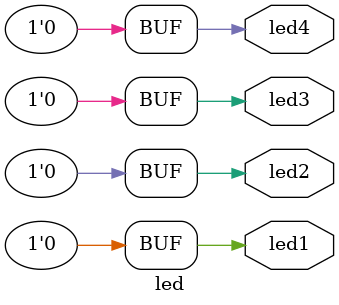
<source format=v>
module led(output led1, output led2, output led3, output led4);
//input s1; // Location: PIN_88, I/O Standard: 3.3-V LVTTL, Current Strength: 8mA
//input s2; // Location: PIN_89, I/O Standard: 3.3-V LVTTL, Current Strength: 8mA
	//output led1; // Location: PIN_87, I/O Standard: 3.3-V LVTTL, Current Strength: 8mA
	assign led1 = 0; //this will switch on the led1
	assign led2 = 0; //this will switch on the led2
	assign led3 = 0;
	assign led4 = 0;
endmodule
</source>
